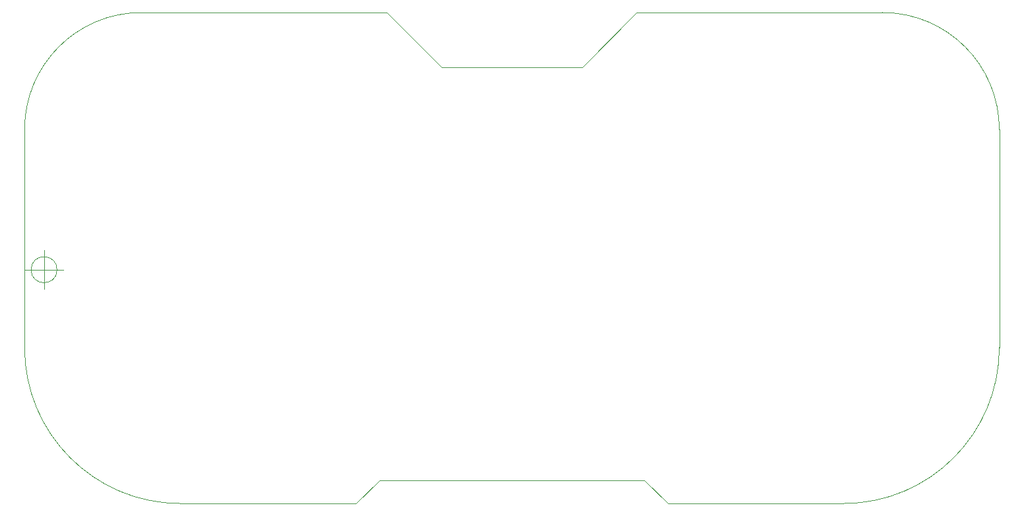
<source format=gbr>
G04 #@! TF.GenerationSoftware,KiCad,Pcbnew,(5.1.9)-1*
G04 #@! TF.CreationDate,2021-06-03T11:24:32+02:00*
G04 #@! TF.ProjectId,gamerino,67616d65-7269-46e6-9f2e-6b696361645f,01*
G04 #@! TF.SameCoordinates,Original*
G04 #@! TF.FileFunction,Profile,NP*
%FSLAX46Y46*%
G04 Gerber Fmt 4.6, Leading zero omitted, Abs format (unit mm)*
G04 Created by KiCad (PCBNEW (5.1.9)-1) date 2021-06-03 11:24:32*
%MOMM*%
%LPD*%
G01*
G04 APERTURE LIST*
G04 #@! TA.AperFunction,Profile*
%ADD10C,0.050000*%
G04 #@! TD*
G04 APERTURE END LIST*
D10*
X79666666Y-87500000D02*
G75*
G03*
X79666666Y-87500000I-1666666J0D01*
G01*
X75500000Y-87500000D02*
X80500000Y-87500000D01*
X78000000Y-85000000D02*
X78000000Y-90000000D01*
X147000000Y-61500000D02*
X154000000Y-54500000D01*
X90500000Y-54500000D02*
X122000000Y-54500000D01*
X122000000Y-54500000D02*
X129000000Y-61500000D01*
X121000000Y-114500000D02*
X155000000Y-114500000D01*
X158000000Y-117500000D02*
X155000000Y-114500000D01*
X121000000Y-114500000D02*
X118000000Y-117500000D01*
X158000000Y-117500000D02*
X180500000Y-117500000D01*
X95500000Y-117500000D02*
X118000000Y-117500000D01*
X154000000Y-54500000D02*
X185500000Y-54500000D01*
X147000000Y-61500000D02*
X129000000Y-61500000D01*
X200500000Y-97500000D02*
G75*
G02*
X180500000Y-117500000I-20000000J0D01*
G01*
X95500000Y-117500000D02*
G75*
G02*
X75500000Y-97500000I0J20000000D01*
G01*
X185500000Y-54500000D02*
G75*
G02*
X200500000Y-69500000I0J-15000000D01*
G01*
X75500000Y-69500000D02*
G75*
G02*
X90500000Y-54500000I15000000J0D01*
G01*
X75500000Y-97500000D02*
X75500000Y-69500000D01*
X200500000Y-69500000D02*
X200500000Y-97500000D01*
M02*

</source>
